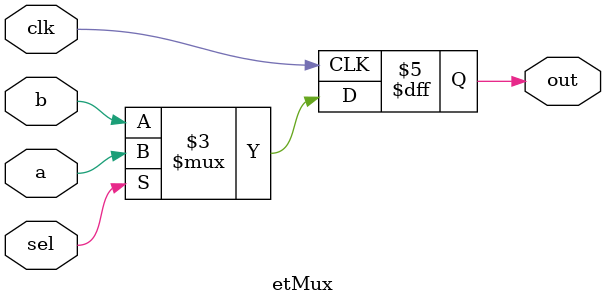
<source format=v>
module etMux(
    input a,
    input b,
    input sel,
    input clk,
    output out
);
    reg out;
    always @(posedge clk)
    begin
      if (sel)
        out = a;       
      else
        out = b;
    end
endmodule
</source>
